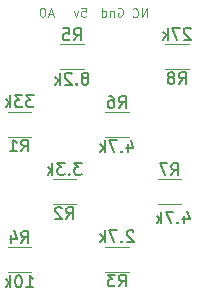
<source format=gbr>
G04 #@! TF.FileFunction,Legend,Bot*
%FSLAX46Y46*%
G04 Gerber Fmt 4.6, Leading zero omitted, Abs format (unit mm)*
G04 Created by KiCad (PCBNEW 4.0.7) date 07/07/18 12:03:53*
%MOMM*%
%LPD*%
G01*
G04 APERTURE LIST*
%ADD10C,0.100000*%
%ADD11C,0.120000*%
%ADD12C,0.150000*%
G04 APERTURE END LIST*
D10*
X132097786Y-93176286D02*
X132097786Y-92426286D01*
X131669214Y-93176286D01*
X131669214Y-92426286D01*
X130883500Y-93104857D02*
X130919214Y-93140571D01*
X131026357Y-93176286D01*
X131097786Y-93176286D01*
X131204929Y-93140571D01*
X131276357Y-93069143D01*
X131312072Y-92997714D01*
X131347786Y-92854857D01*
X131347786Y-92747714D01*
X131312072Y-92604857D01*
X131276357Y-92533429D01*
X131204929Y-92462000D01*
X131097786Y-92426286D01*
X131026357Y-92426286D01*
X130919214Y-92462000D01*
X130883500Y-92497714D01*
X129641142Y-92398500D02*
X129712571Y-92362786D01*
X129819714Y-92362786D01*
X129926857Y-92398500D01*
X129998285Y-92469929D01*
X130034000Y-92541357D01*
X130069714Y-92684214D01*
X130069714Y-92791357D01*
X130034000Y-92934214D01*
X129998285Y-93005643D01*
X129926857Y-93077071D01*
X129819714Y-93112786D01*
X129748285Y-93112786D01*
X129641142Y-93077071D01*
X129605428Y-93041357D01*
X129605428Y-92791357D01*
X129748285Y-92791357D01*
X129284000Y-92612786D02*
X129284000Y-93112786D01*
X129284000Y-92684214D02*
X129248285Y-92648500D01*
X129176857Y-92612786D01*
X129069714Y-92612786D01*
X128998285Y-92648500D01*
X128962571Y-92719929D01*
X128962571Y-93112786D01*
X128284000Y-93112786D02*
X128284000Y-92362786D01*
X128284000Y-93077071D02*
X128355429Y-93112786D01*
X128498286Y-93112786D01*
X128569714Y-93077071D01*
X128605429Y-93041357D01*
X128641143Y-92969929D01*
X128641143Y-92755643D01*
X128605429Y-92684214D01*
X128569714Y-92648500D01*
X128498286Y-92612786D01*
X128355429Y-92612786D01*
X128284000Y-92648500D01*
X126535643Y-92362786D02*
X126892786Y-92362786D01*
X126928500Y-92719929D01*
X126892786Y-92684214D01*
X126821357Y-92648500D01*
X126642786Y-92648500D01*
X126571357Y-92684214D01*
X126535643Y-92719929D01*
X126499928Y-92791357D01*
X126499928Y-92969929D01*
X126535643Y-93041357D01*
X126571357Y-93077071D01*
X126642786Y-93112786D01*
X126821357Y-93112786D01*
X126892786Y-93077071D01*
X126928500Y-93041357D01*
X126249928Y-92612786D02*
X126071357Y-93112786D01*
X125892785Y-92612786D01*
X124106714Y-92898500D02*
X123749571Y-92898500D01*
X124178142Y-93112786D02*
X123928142Y-92362786D01*
X123678142Y-93112786D01*
X123285285Y-92362786D02*
X123213857Y-92362786D01*
X123142428Y-92398500D01*
X123106714Y-92434214D01*
X123071000Y-92505643D01*
X123035285Y-92648500D01*
X123035285Y-92827071D01*
X123071000Y-92969929D01*
X123106714Y-93041357D01*
X123142428Y-93077071D01*
X123213857Y-93112786D01*
X123285285Y-93112786D01*
X123356714Y-93077071D01*
X123392428Y-93041357D01*
X123428143Y-92969929D01*
X123463857Y-92827071D01*
X123463857Y-92648500D01*
X123428143Y-92505643D01*
X123392428Y-92434214D01*
X123356714Y-92398500D01*
X123285285Y-92362786D01*
D11*
X122285000Y-101165000D02*
X120285000Y-101165000D01*
X120285000Y-103305000D02*
X122285000Y-103305000D01*
X126095000Y-106880000D02*
X124095000Y-106880000D01*
X124095000Y-109020000D02*
X126095000Y-109020000D01*
X130540000Y-112595000D02*
X128540000Y-112595000D01*
X128540000Y-114735000D02*
X130540000Y-114735000D01*
X120285000Y-114735000D02*
X122285000Y-114735000D01*
X122285000Y-112595000D02*
X120285000Y-112595000D01*
X124730000Y-97590000D02*
X126730000Y-97590000D01*
X126730000Y-95450000D02*
X124730000Y-95450000D01*
X128540000Y-103305000D02*
X130540000Y-103305000D01*
X130540000Y-101165000D02*
X128540000Y-101165000D01*
X132985000Y-109020000D02*
X134985000Y-109020000D01*
X134985000Y-106880000D02*
X132985000Y-106880000D01*
X135620000Y-95450000D02*
X133620000Y-95450000D01*
X133620000Y-97590000D02*
X135620000Y-97590000D01*
D12*
X121451666Y-104537381D02*
X121785000Y-104061190D01*
X122023095Y-104537381D02*
X122023095Y-103537381D01*
X121642142Y-103537381D01*
X121546904Y-103585000D01*
X121499285Y-103632619D01*
X121451666Y-103727857D01*
X121451666Y-103870714D01*
X121499285Y-103965952D01*
X121546904Y-104013571D01*
X121642142Y-104061190D01*
X122023095Y-104061190D01*
X120499285Y-104537381D02*
X121070714Y-104537381D01*
X120785000Y-104537381D02*
X120785000Y-103537381D01*
X120880238Y-103680238D01*
X120975476Y-103775476D01*
X121070714Y-103823095D01*
X122499286Y-99787381D02*
X121880238Y-99787381D01*
X122213572Y-100168333D01*
X122070714Y-100168333D01*
X121975476Y-100215952D01*
X121927857Y-100263571D01*
X121880238Y-100358810D01*
X121880238Y-100596905D01*
X121927857Y-100692143D01*
X121975476Y-100739762D01*
X122070714Y-100787381D01*
X122356429Y-100787381D01*
X122451667Y-100739762D01*
X122499286Y-100692143D01*
X121546905Y-99787381D02*
X120927857Y-99787381D01*
X121261191Y-100168333D01*
X121118333Y-100168333D01*
X121023095Y-100215952D01*
X120975476Y-100263571D01*
X120927857Y-100358810D01*
X120927857Y-100596905D01*
X120975476Y-100692143D01*
X121023095Y-100739762D01*
X121118333Y-100787381D01*
X121404048Y-100787381D01*
X121499286Y-100739762D01*
X121546905Y-100692143D01*
X120499286Y-100787381D02*
X120499286Y-99787381D01*
X120404048Y-100406429D02*
X120118333Y-100787381D01*
X120118333Y-100120714D02*
X120499286Y-100501667D01*
X125261666Y-110252381D02*
X125595000Y-109776190D01*
X125833095Y-110252381D02*
X125833095Y-109252381D01*
X125452142Y-109252381D01*
X125356904Y-109300000D01*
X125309285Y-109347619D01*
X125261666Y-109442857D01*
X125261666Y-109585714D01*
X125309285Y-109680952D01*
X125356904Y-109728571D01*
X125452142Y-109776190D01*
X125833095Y-109776190D01*
X124880714Y-109347619D02*
X124833095Y-109300000D01*
X124737857Y-109252381D01*
X124499761Y-109252381D01*
X124404523Y-109300000D01*
X124356904Y-109347619D01*
X124309285Y-109442857D01*
X124309285Y-109538095D01*
X124356904Y-109680952D01*
X124928333Y-110252381D01*
X124309285Y-110252381D01*
X126547381Y-105502381D02*
X125928333Y-105502381D01*
X126261667Y-105883333D01*
X126118809Y-105883333D01*
X126023571Y-105930952D01*
X125975952Y-105978571D01*
X125928333Y-106073810D01*
X125928333Y-106311905D01*
X125975952Y-106407143D01*
X126023571Y-106454762D01*
X126118809Y-106502381D01*
X126404524Y-106502381D01*
X126499762Y-106454762D01*
X126547381Y-106407143D01*
X125499762Y-106407143D02*
X125452143Y-106454762D01*
X125499762Y-106502381D01*
X125547381Y-106454762D01*
X125499762Y-106407143D01*
X125499762Y-106502381D01*
X125118810Y-105502381D02*
X124499762Y-105502381D01*
X124833096Y-105883333D01*
X124690238Y-105883333D01*
X124595000Y-105930952D01*
X124547381Y-105978571D01*
X124499762Y-106073810D01*
X124499762Y-106311905D01*
X124547381Y-106407143D01*
X124595000Y-106454762D01*
X124690238Y-106502381D01*
X124975953Y-106502381D01*
X125071191Y-106454762D01*
X125118810Y-106407143D01*
X124071191Y-106502381D02*
X124071191Y-105502381D01*
X123975953Y-106121429D02*
X123690238Y-106502381D01*
X123690238Y-105835714D02*
X124071191Y-106216667D01*
X129706666Y-115967381D02*
X130040000Y-115491190D01*
X130278095Y-115967381D02*
X130278095Y-114967381D01*
X129897142Y-114967381D01*
X129801904Y-115015000D01*
X129754285Y-115062619D01*
X129706666Y-115157857D01*
X129706666Y-115300714D01*
X129754285Y-115395952D01*
X129801904Y-115443571D01*
X129897142Y-115491190D01*
X130278095Y-115491190D01*
X129373333Y-114967381D02*
X128754285Y-114967381D01*
X129087619Y-115348333D01*
X128944761Y-115348333D01*
X128849523Y-115395952D01*
X128801904Y-115443571D01*
X128754285Y-115538810D01*
X128754285Y-115776905D01*
X128801904Y-115872143D01*
X128849523Y-115919762D01*
X128944761Y-115967381D01*
X129230476Y-115967381D01*
X129325714Y-115919762D01*
X129373333Y-115872143D01*
X130944762Y-111312619D02*
X130897143Y-111265000D01*
X130801905Y-111217381D01*
X130563809Y-111217381D01*
X130468571Y-111265000D01*
X130420952Y-111312619D01*
X130373333Y-111407857D01*
X130373333Y-111503095D01*
X130420952Y-111645952D01*
X130992381Y-112217381D01*
X130373333Y-112217381D01*
X129944762Y-112122143D02*
X129897143Y-112169762D01*
X129944762Y-112217381D01*
X129992381Y-112169762D01*
X129944762Y-112122143D01*
X129944762Y-112217381D01*
X129563810Y-111217381D02*
X128897143Y-111217381D01*
X129325715Y-112217381D01*
X128516191Y-112217381D02*
X128516191Y-111217381D01*
X128420953Y-111836429D02*
X128135238Y-112217381D01*
X128135238Y-111550714D02*
X128516191Y-111931667D01*
X121451666Y-112267381D02*
X121785000Y-111791190D01*
X122023095Y-112267381D02*
X122023095Y-111267381D01*
X121642142Y-111267381D01*
X121546904Y-111315000D01*
X121499285Y-111362619D01*
X121451666Y-111457857D01*
X121451666Y-111600714D01*
X121499285Y-111695952D01*
X121546904Y-111743571D01*
X121642142Y-111791190D01*
X122023095Y-111791190D01*
X120594523Y-111600714D02*
X120594523Y-112267381D01*
X120832619Y-111219762D02*
X121070714Y-111934048D01*
X120451666Y-111934048D01*
X121880238Y-116017381D02*
X122451667Y-116017381D01*
X122165953Y-116017381D02*
X122165953Y-115017381D01*
X122261191Y-115160238D01*
X122356429Y-115255476D01*
X122451667Y-115303095D01*
X121261191Y-115017381D02*
X121165952Y-115017381D01*
X121070714Y-115065000D01*
X121023095Y-115112619D01*
X120975476Y-115207857D01*
X120927857Y-115398333D01*
X120927857Y-115636429D01*
X120975476Y-115826905D01*
X121023095Y-115922143D01*
X121070714Y-115969762D01*
X121165952Y-116017381D01*
X121261191Y-116017381D01*
X121356429Y-115969762D01*
X121404048Y-115922143D01*
X121451667Y-115826905D01*
X121499286Y-115636429D01*
X121499286Y-115398333D01*
X121451667Y-115207857D01*
X121404048Y-115112619D01*
X121356429Y-115065000D01*
X121261191Y-115017381D01*
X120499286Y-116017381D02*
X120499286Y-115017381D01*
X120404048Y-115636429D02*
X120118333Y-116017381D01*
X120118333Y-115350714D02*
X120499286Y-115731667D01*
X125896666Y-95122381D02*
X126230000Y-94646190D01*
X126468095Y-95122381D02*
X126468095Y-94122381D01*
X126087142Y-94122381D01*
X125991904Y-94170000D01*
X125944285Y-94217619D01*
X125896666Y-94312857D01*
X125896666Y-94455714D01*
X125944285Y-94550952D01*
X125991904Y-94598571D01*
X126087142Y-94646190D01*
X126468095Y-94646190D01*
X124991904Y-94122381D02*
X125468095Y-94122381D01*
X125515714Y-94598571D01*
X125468095Y-94550952D01*
X125372857Y-94503333D01*
X125134761Y-94503333D01*
X125039523Y-94550952D01*
X124991904Y-94598571D01*
X124944285Y-94693810D01*
X124944285Y-94931905D01*
X124991904Y-95027143D01*
X125039523Y-95074762D01*
X125134761Y-95122381D01*
X125372857Y-95122381D01*
X125468095Y-95074762D01*
X125515714Y-95027143D01*
X126944286Y-98300952D02*
X127039524Y-98253333D01*
X127087143Y-98205714D01*
X127134762Y-98110476D01*
X127134762Y-98062857D01*
X127087143Y-97967619D01*
X127039524Y-97920000D01*
X126944286Y-97872381D01*
X126753809Y-97872381D01*
X126658571Y-97920000D01*
X126610952Y-97967619D01*
X126563333Y-98062857D01*
X126563333Y-98110476D01*
X126610952Y-98205714D01*
X126658571Y-98253333D01*
X126753809Y-98300952D01*
X126944286Y-98300952D01*
X127039524Y-98348571D01*
X127087143Y-98396190D01*
X127134762Y-98491429D01*
X127134762Y-98681905D01*
X127087143Y-98777143D01*
X127039524Y-98824762D01*
X126944286Y-98872381D01*
X126753809Y-98872381D01*
X126658571Y-98824762D01*
X126610952Y-98777143D01*
X126563333Y-98681905D01*
X126563333Y-98491429D01*
X126610952Y-98396190D01*
X126658571Y-98348571D01*
X126753809Y-98300952D01*
X126134762Y-98777143D02*
X126087143Y-98824762D01*
X126134762Y-98872381D01*
X126182381Y-98824762D01*
X126134762Y-98777143D01*
X126134762Y-98872381D01*
X125706191Y-97967619D02*
X125658572Y-97920000D01*
X125563334Y-97872381D01*
X125325238Y-97872381D01*
X125230000Y-97920000D01*
X125182381Y-97967619D01*
X125134762Y-98062857D01*
X125134762Y-98158095D01*
X125182381Y-98300952D01*
X125753810Y-98872381D01*
X125134762Y-98872381D01*
X124706191Y-98872381D02*
X124706191Y-97872381D01*
X124610953Y-98491429D02*
X124325238Y-98872381D01*
X124325238Y-98205714D02*
X124706191Y-98586667D01*
X129706666Y-100837381D02*
X130040000Y-100361190D01*
X130278095Y-100837381D02*
X130278095Y-99837381D01*
X129897142Y-99837381D01*
X129801904Y-99885000D01*
X129754285Y-99932619D01*
X129706666Y-100027857D01*
X129706666Y-100170714D01*
X129754285Y-100265952D01*
X129801904Y-100313571D01*
X129897142Y-100361190D01*
X130278095Y-100361190D01*
X128849523Y-99837381D02*
X129040000Y-99837381D01*
X129135238Y-99885000D01*
X129182857Y-99932619D01*
X129278095Y-100075476D01*
X129325714Y-100265952D01*
X129325714Y-100646905D01*
X129278095Y-100742143D01*
X129230476Y-100789762D01*
X129135238Y-100837381D01*
X128944761Y-100837381D01*
X128849523Y-100789762D01*
X128801904Y-100742143D01*
X128754285Y-100646905D01*
X128754285Y-100408810D01*
X128801904Y-100313571D01*
X128849523Y-100265952D01*
X128944761Y-100218333D01*
X129135238Y-100218333D01*
X129230476Y-100265952D01*
X129278095Y-100313571D01*
X129325714Y-100408810D01*
X130468571Y-103920714D02*
X130468571Y-104587381D01*
X130706667Y-103539762D02*
X130944762Y-104254048D01*
X130325714Y-104254048D01*
X129944762Y-104492143D02*
X129897143Y-104539762D01*
X129944762Y-104587381D01*
X129992381Y-104539762D01*
X129944762Y-104492143D01*
X129944762Y-104587381D01*
X129563810Y-103587381D02*
X128897143Y-103587381D01*
X129325715Y-104587381D01*
X128516191Y-104587381D02*
X128516191Y-103587381D01*
X128420953Y-104206429D02*
X128135238Y-104587381D01*
X128135238Y-103920714D02*
X128516191Y-104301667D01*
X134151666Y-106552381D02*
X134485000Y-106076190D01*
X134723095Y-106552381D02*
X134723095Y-105552381D01*
X134342142Y-105552381D01*
X134246904Y-105600000D01*
X134199285Y-105647619D01*
X134151666Y-105742857D01*
X134151666Y-105885714D01*
X134199285Y-105980952D01*
X134246904Y-106028571D01*
X134342142Y-106076190D01*
X134723095Y-106076190D01*
X133818333Y-105552381D02*
X133151666Y-105552381D01*
X133580238Y-106552381D01*
X135231071Y-109958214D02*
X135231071Y-110624881D01*
X135469167Y-109577262D02*
X135707262Y-110291548D01*
X135088214Y-110291548D01*
X134707262Y-110529643D02*
X134659643Y-110577262D01*
X134707262Y-110624881D01*
X134754881Y-110577262D01*
X134707262Y-110529643D01*
X134707262Y-110624881D01*
X134326310Y-109624881D02*
X133659643Y-109624881D01*
X134088215Y-110624881D01*
X133278691Y-110624881D02*
X133278691Y-109624881D01*
X133183453Y-110243929D02*
X132897738Y-110624881D01*
X132897738Y-109958214D02*
X133278691Y-110339167D01*
X134786666Y-98822381D02*
X135120000Y-98346190D01*
X135358095Y-98822381D02*
X135358095Y-97822381D01*
X134977142Y-97822381D01*
X134881904Y-97870000D01*
X134834285Y-97917619D01*
X134786666Y-98012857D01*
X134786666Y-98155714D01*
X134834285Y-98250952D01*
X134881904Y-98298571D01*
X134977142Y-98346190D01*
X135358095Y-98346190D01*
X134215238Y-98250952D02*
X134310476Y-98203333D01*
X134358095Y-98155714D01*
X134405714Y-98060476D01*
X134405714Y-98012857D01*
X134358095Y-97917619D01*
X134310476Y-97870000D01*
X134215238Y-97822381D01*
X134024761Y-97822381D01*
X133929523Y-97870000D01*
X133881904Y-97917619D01*
X133834285Y-98012857D01*
X133834285Y-98060476D01*
X133881904Y-98155714D01*
X133929523Y-98203333D01*
X134024761Y-98250952D01*
X134215238Y-98250952D01*
X134310476Y-98298571D01*
X134358095Y-98346190D01*
X134405714Y-98441429D01*
X134405714Y-98631905D01*
X134358095Y-98727143D01*
X134310476Y-98774762D01*
X134215238Y-98822381D01*
X134024761Y-98822381D01*
X133929523Y-98774762D01*
X133881904Y-98727143D01*
X133834285Y-98631905D01*
X133834285Y-98441429D01*
X133881904Y-98346190D01*
X133929523Y-98298571D01*
X134024761Y-98250952D01*
X135786667Y-94167619D02*
X135739048Y-94120000D01*
X135643810Y-94072381D01*
X135405714Y-94072381D01*
X135310476Y-94120000D01*
X135262857Y-94167619D01*
X135215238Y-94262857D01*
X135215238Y-94358095D01*
X135262857Y-94500952D01*
X135834286Y-95072381D01*
X135215238Y-95072381D01*
X134881905Y-94072381D02*
X134215238Y-94072381D01*
X134643810Y-95072381D01*
X133834286Y-95072381D02*
X133834286Y-94072381D01*
X133739048Y-94691429D02*
X133453333Y-95072381D01*
X133453333Y-94405714D02*
X133834286Y-94786667D01*
M02*

</source>
